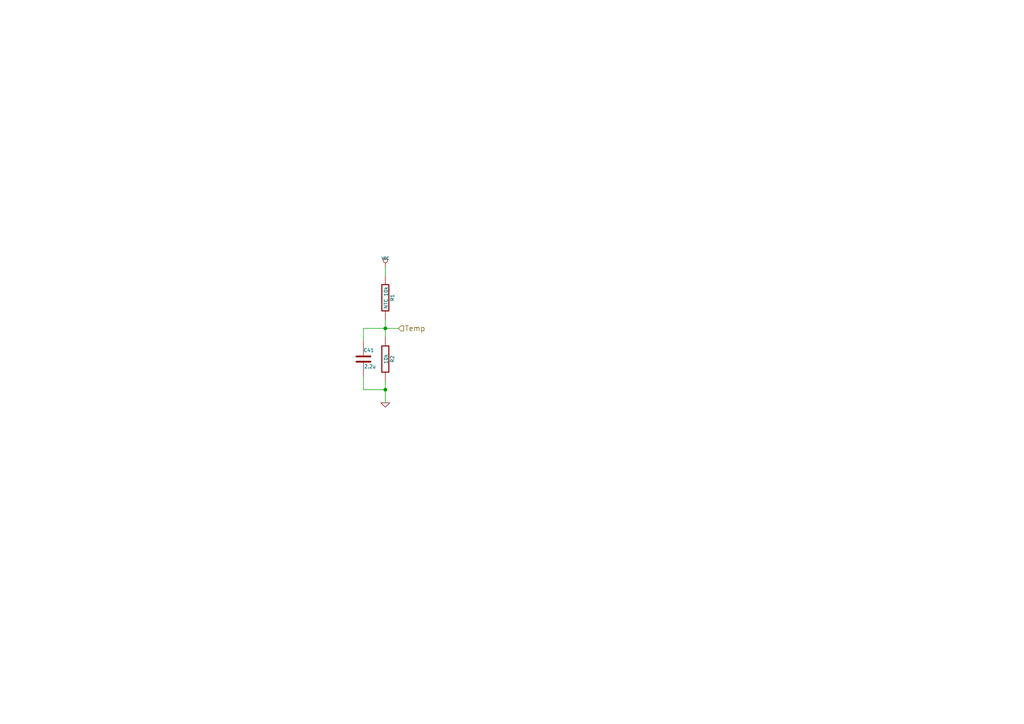
<source format=kicad_sch>
(kicad_sch (version 20231120) (generator "eeschema") (generator_version "8.0")
  (paper "A4")
  (title_block (title "BLDC Driver 4.11") (date "21 aug 2015") (rev "4.12") (company "Benjamin Vedder"))
  (lib_symbols
    (symbol "BLDC_4-rescue:C-RESCUE-BLDC_4" (pin_numbers hide) (pin_names (offset 0.254))
      (property "Reference" "C" (at 0 2.54 0))
      (property "Value" "C-RESCUE-BLDC_4" (at 0.1524 -2.159 0))
      (symbol "C-RESCUE-BLDC_4_0_1"
        (polyline (pts (xy -2.032 -0.762) (xy 2.032 -0.762)) (stroke (width 0.508)))
        (polyline (pts (xy -2.032 0.762) (xy 2.032 0.762)) (stroke (width 0.508)))
      )
      (symbol "C-RESCUE-BLDC_4_1_1"
        (pin passive line (at 0 5.08 270) (length 4.318) (name "~") (number "1"))
        (pin passive line (at 0 -5.08 90) (length 4.318) (name "~") (number "2"))
      )
    )
    (symbol "BLDC_4-rescue:GND-RESCUE-BLDC_4" (power) (pin_names (offset 0))
      (symbol "GND-RESCUE-BLDC_4_0_1"
        (polyline (pts (xy -1.27 0) (xy 0 -1.27) (xy 1.27 0) (xy -1.27 0)))
      )
      (symbol "GND-RESCUE-BLDC_4_1_1"
        (pin power_in line (at 0 0 90) (length 0) hide (name "GND") (number "1"))
      )
    )
    (symbol "BLDC_4-rescue:R-RESCUE-BLDC_4" (pin_numbers hide) (pin_names (offset 0))
      (property "Reference" "R" (at 2.032 0 90))
      (property "Value" "R-RESCUE-BLDC_4" (at 0.1778 0.0254 90))
      (symbol "R-RESCUE-BLDC_4_0_1"
        (rectangle (start -1.016 3.81) (end 1.016 -3.81) (stroke (width 0.3048)))
      )
      (symbol "R-RESCUE-BLDC_4_1_1"
        (pin passive line (at 0 6.35 270) (length 2.54) (name "~") (number "1"))
        (pin passive line (at 0 -6.35 90) (length 2.54) (name "~") (number "2"))
      )
    )
    (symbol "BLDC_4-rescue:VCC" (power) (pin_names (offset 0))
      (property "Value" "VCC" (at 0 3.81 0))
      (symbol "VCC_0_1"
        (polyline (pts (xy 0 0) (xy 0 1.27)))
        (circle (center 0 1.905) (radius 0.635))
      )
      (symbol "VCC_1_1"
        (pin power_in line (at 0 0 90) (length 0) hide (name "VCC") (number "1"))
      )
    )
  )
  (junction (at 111.76 113.03))
  (junction (at 111.76 95.25))
  (wire (pts (xy 111.76 92.71) (xy 111.76 95.25)))
  (wire (pts (xy 105.41 113.03) (xy 111.76 113.03)))
  (wire (pts (xy 105.41 95.25) (xy 105.41 99.06)))
  (wire (pts (xy 111.76 77.47) (xy 111.76 80.01)))
  (wire (pts (xy 111.76 110.49) (xy 111.76 113.03)))
  (wire (pts (xy 105.41 95.25) (xy 111.76 95.25)))
  (wire (pts (xy 111.76 95.25) (xy 111.76 97.79)))
  (wire (pts (xy 105.41 109.22) (xy 105.41 113.03)))
  (wire (pts (xy 111.76 113.03) (xy 111.76 116.84)))
  (wire (pts (xy 111.76 95.25) (xy 115.57 95.25)))
  (hierarchical_label "Temp" (shape input) (at 115.57 95.25 0) (effects (font (size 1.524 1.524))))
  (symbol (lib_name "BLDC_4-rescue:R-RESCUE-BLDC_4") (lib_id "BLDC_4-rescue:R-RESCUE-BLDC_4") (at 111.76 86.36 0) (unit 1)
    (property "Reference" "R1" (at 113.792 86.36 90) (effects (font (size 1.016 1.016))))
    (property "Value" "NTC 10k" (at 111.9378 86.3346 90) (effects (font (size 1.016 1.016))))
    (property "Footprint" "CRF1:SMD-0603_r" (effects (hide yes)))
  )
  (symbol (lib_name "BLDC_4-rescue:R-RESCUE-BLDC_4") (lib_id "BLDC_4-rescue:R-RESCUE-BLDC_4") (at 111.76 104.14 0) (unit 1)
    (property "Reference" "R2" (at 113.792 104.14 90) (effects (font (size 1.016 1.016))))
    (property "Value" "10k" (at 111.9378 104.1146 90) (effects (font (size 1.016 1.016))))
    (property "Footprint" "CRF1:SMD-0603_r" (effects (hide yes)))
  )
  (symbol (lib_name "BLDC_4-rescue:C-RESCUE-BLDC_4") (lib_id "BLDC_4-rescue:C-RESCUE-BLDC_4") (at 105.41 104.14 0) (unit 1)
    (property "Reference" "C41" (at 105.41 101.6 0) (effects (font (size 1.016 1.016)) (justify left)))
    (property "Value" "2.2u" (at 105.5624 106.299 0) (effects (font (size 1.016 1.016)) (justify left)))
    (property "Footprint" "CRF1:SMD-0603_c" (effects (hide yes)))
  )
  (symbol (lib_name "BLDC_4-rescue:VCC") (lib_id "BLDC_4-rescue:VCC") (at 111.76 77.47 0) (unit 1)
    (property "Reference" "#PWR023" (effects (hide yes)))
    (property "Value" "VCC" (at 111.76 74.93 0) (effects (font (size 0.762 0.762))))
  )
  (symbol (lib_name "BLDC_4-rescue:GND-RESCUE-BLDC_4") (lib_id "BLDC_4-rescue:GND-RESCUE-BLDC_4") (at 111.76 116.84 0) (unit 1)
    (property "Reference" "#PWR024" (effects (hide yes)))
    (property "Value" "GND" (effects (hide yes)))
  )
)
</source>
